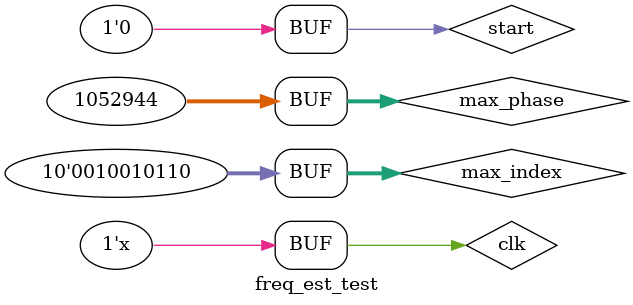
<source format=v>
`timescale 1ns / 1ps


module freq_est_test;

	// Inputs
	reg [31:0] max_phase;
	reg [9:0] max_index;
	reg clk;
	reg start;

	// Outputs
	wire done;
	wire [31:0] frequency;

	// Instantiate the Unit Under Test (UUT)
	freq_estimator uut (
		.max_phase(max_phase), 
		.max_index(max_index), 
		.clk(clk), 
		.start(start), 
		.done(done), 
		.frequency(frequency)
	);

	initial clk <= 0;
	always #5 clk <= !clk;

	initial begin
		// Initialize Inputs
		max_phase = 0;
		max_index = 0;
		start = 0;

		// Wait 100 ns for global reset to finish
		#100;
		
		max_phase = 32'h100000;
		max_index = 10'd150;
		//max_freq = 31'h1B800000;
		start = 1;
		#10;
		start = 0;
		
		#500
        
		// Add stimulus here
		max_phase = 32'h101110;
		max_index = 10'd150;
		//max_freq = 32'h1B800000;
		start = 1;
		#10;
		start = 0;

	end
      
endmodule


</source>
